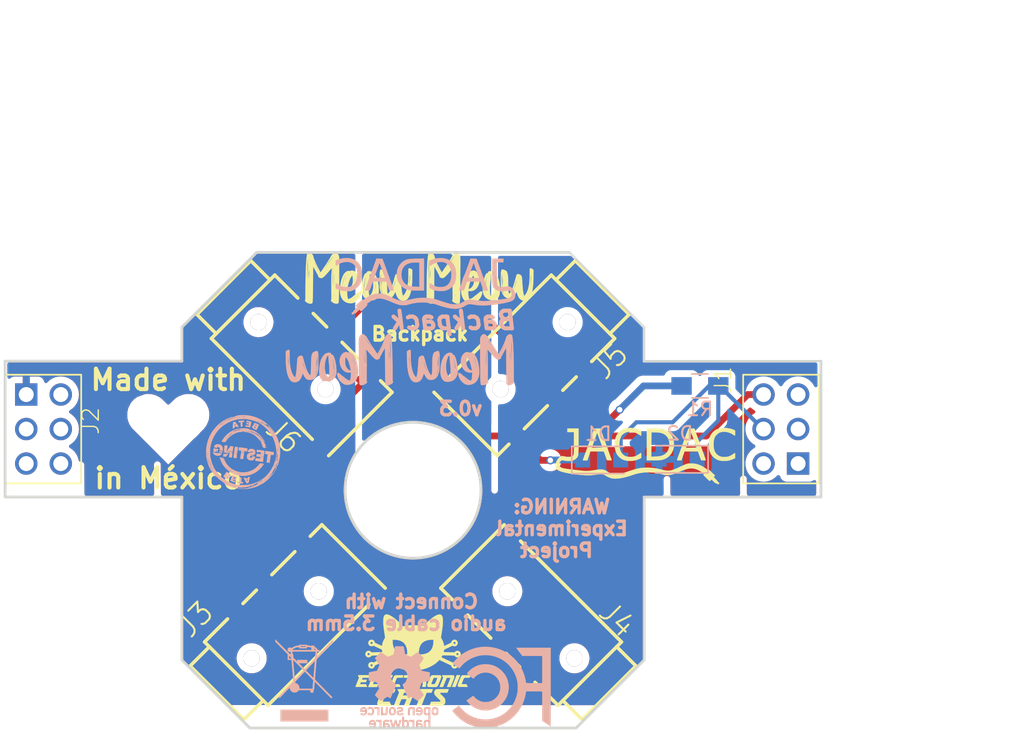
<source format=kicad_pcb>
(kicad_pcb (version 20221018) (generator pcbnew)
  (title_block (title "JacDac_Cat") (date "2019-03-05") (rev "0.3") (company "Electronic Cats") (comment 1 "Andres Sabas") (comment 2 "WARNING: Experimental Project"))
  (layers (0 "F.Cu" signal) (31 "B.Cu" signal) (34 "B.Paste" user) (35 "F.Paste" user) (36 "B.SilkS" user "B.Silkscreen") (37 "F.SilkS" user "F.Silkscreen") (38 "B.Mask" user) (39 "F.Mask" user) (44 "Edge.Cuts" user))
  (net 0 "")
  (net 1 "GND")
  (net 2 "/MOSI")
  (net 3 "/MISO")
  (net 4 "/SCK")
  (net 5 "/JACDAC_TX")
  (net 6 "/SCL")
  (net 7 "VCC")
  (net 8 "/I2S_SCK")
  (net 9 "/I2S_D1")
  (net 10 "/X2")
  (net 11 "/X3")
  (net 12 "/CS")
  (net 13 "Net-(J5-PadRING2)")
  (net 14 "Net-(J3-PadRING2)")
  (net 15 "Net-(J4-PadRING2)")
  (net 16 "Net-(J6-PadRING2)")
  (net 17 "Net-(D1-Pad2)")
  (footprint "Connectors:AUDIO-JACK-TRRS-SMD" (layer "F.Cu") (at 96 71 45)
    (fp_text reference "J3" (at 0.707107 -4.949747 45) (layer "F.SilkS") (effects (font (size 1.524 1.524))))
    (fp_text value "Audio_Jack_TRRS")
    (pad "1" thru_hole circle (at 8.575 0 45) (size 1.2 1.2) (drill 1.2) (layers "*.Cu" "*.Mask"))
    (pad "3" thru_hole circle (at 1.6 0 45) (size 1.2 1.2) (drill 1.2) (layers "*.Cu" "*.Mask"))
    (pad "EART" smd rect (at 11.29792 3.24866 45) (size 1.19888 2.49936) (layers "F.Cu" "F.Paste" "F.Mask") (net 1 "GND"))
    (pad "RING" smd rect (at 6.1976 -3.248661 45) (size 1.19888 2.49936) (layers "F.Cu" "F.Paste" "F.Mask") (net 5 "/JACDAC_TX"))
    (pad "RING2" smd rect (at 3.19786 -3.24866 225) (size 1.19888 2.49936) (layers "F.Cu" "F.Paste" "F.Mask") (net 14 "Net-(J3-PadRING2)"))
    (pad "TIP" smd rect (at 10.1981 -3.24866 45) (size 1.19888 2.49936) (layers "F.Cu" "F.Paste" "F.Mask") (net 7 "VCC"))
  )
  (footprint "Connectors:AUDIO-JACK-TRRS-SMD" (layer "F.Cu") (at 122 71 135)
    (fp_text reference "J4" (at 1.414214 4.242641 135) (layer "F.SilkS") (effects (font (size 1.524 1.524))))
    (fp_text value "Audio_Jack_TRRS")
    (pad "1" thru_hole circle (at 8.575 0 135) (size 1.2 1.2) (drill 1.2) (layers "*.Cu" "*.Mask"))
    (pad "3" thru_hole circle (at 1.6 0 135) (size 1.2 1.2) (drill 1.2) (layers "*.Cu" "*.Mask"))
    (pad "EART" smd rect (at 11.29792 3.24866 135) (size 1.19888 2.49936) (layers "F.Cu" "F.Paste" "F.Mask") (net 1 "GND"))
    (pad "RING" smd rect (at 6.1976 -3.248661 135) (size 1.19888 2.49936) (layers "F.Cu" "F.Paste" "F.Mask") (net 5 "/JACDAC_TX"))
    (pad "RING2" smd rect (at 3.19786 -3.24866 315) (size 1.19888 2.49936) (layers "F.Cu" "F.Paste" "F.Mask") (net 15 "Net-(J4-PadRING2)"))
    (pad "TIP" smd rect (at 10.1981 -3.24866 135) (size 1.19888 2.49936) (layers "F.Cu" "F.Paste" "F.Mask") (net 7 "VCC"))
  )
  (footprint "LOGO" (layer "F.Cu") (at 126 54.5)
    (fp_text reference "G***" hide)
    (fp_text value "LOGO" hide)
  )
  (footprint "Pines:61300621121" (layer "F.Cu") (at 136.05 53 90)
    (fp_text reference "J1" (at 2.5 -3.55 90) (layer "F.SilkS") (effects (font (size 1.2065 1.2065) (thickness 0.1016)) (justify left bottom)))
    (fp_text value "Conn1")
    (pad "1" thru_hole rect (at -2.54 1.27 180) (size 1.65 1.65) (drill 1.1) (layers "*.Cu" "*.Mask") (net 2 "/MOSI"))
    (pad "2" thru_hole circle (at -2.54 -1.27) (size 1.65 1.65) (drill 1.1) (layers "*.Cu" "*.Mask") (net 3 "/MISO"))
    (pad "3" thru_hole circle (at 0 1.27 180) (size 1.65 1.65) (drill 1.1) (layers "*.Cu" "*.Mask") (net 4 "/SCK"))
    (pad "4" thru_hole circle (at 0 -1.27) (size 1.65 1.65) (drill 1.1) (layers "*.Cu" "*.Mask") (net 17 "Net-(D1-Pad2)"))
    (pad "5" thru_hole circle (at 2.54 1.27 180) (size 1.65 1.65) (drill 1.1) (layers "*.Cu" "*.Mask") (net 6 "/SCL"))
    (pad "6" thru_hole circle (at 2.54 -1.27) (size 1.65 1.65) (drill 1.1) (layers "*.Cu" "*.Mask") (net 7 "VCC"))
  )
  (footprint "Pines:61300621121" (layer "F.Cu") (at 81.825 53 -90)
    (fp_text reference "J2" (at 0.5 -4.175 270) (layer "F.SilkS") (effects (font (size 1.2065 1.2065) (thickness 0.1016)) (justify left bottom)))
    (fp_text value "Conn2")
    (pad "1" thru_hole rect (at -2.54 1.27) (size 1.65 1.65) (drill 1.1) (layers "*.Cu" "*.Mask") (net 1 "GND"))
    (pad "2" thru_hole circle (at -2.54 -1.27 180) (size 1.65 1.65) (drill 1.1) (layers "*.Cu" "*.Mask") (net 12 "/CS"))
    (pad "3" thru_hole circle (at 0 1.27) (size 1.65 1.65) (drill 1.1) (layers "*.Cu" "*.Mask") (net 11 "/X3"))
    (pad "4" thru_hole circle (at 0 -1.27 180) (size 1.65 1.65) (drill 1.1) (layers "*.Cu" "*.Mask") (net 10 "/X2"))
    (pad "5" thru_hole circle (at 2.54 1.27) (size 1.65 1.65) (drill 1.1) (layers "*.Cu" "*.Mask") (net 9 "/I2S_D1"))
    (pad "6" thru_hole circle (at 2.54 -1.27 180) (size 1.65 1.65) (drill 1.1) (layers "*.Cu" "*.Mask") (net 8 "/I2S_SCK"))
  )
  (footprint "Connectors:AUDIO-JACK-TRRS-SMD" (layer "F.Cu") (at 96.5 44 -45)
    (fp_text reference "J6" (at 8.838835 4.596194 315) (layer "F.SilkS") (effects (font (size 1.524 1.524))))
    (fp_text value "Audio_Jack_TRRS")
    (pad "1" thru_hole circle (at 8.575 0 315) (size 1.2 1.2) (drill 1.2) (layers "*.Cu" "*.Mask"))
    (pad "3" thru_hole circle (at 1.6 0 315) (size 1.2 1.2) (drill 1.2) (layers "*.Cu" "*.Mask"))
    (pad "EART" smd rect (at 11.29792 3.24866 315) (size 1.19888 2.49936) (layers "F.Cu" "F.Paste" "F.Mask") (net 1 "GND"))
    (pad "RING" smd rect (at 6.1976 -3.248661 315) (size 1.19888 2.49936) (layers "F.Cu" "F.Paste" "F.Mask") (net 5 "/JACDAC_TX"))
    (pad "RING2" smd rect (at 3.19786 -3.24866 135) (size 1.19888 2.49936) (layers "F.Cu" "F.Paste" "F.Mask") (net 16 "Net-(J6-PadRING2)"))
    (pad "TIP" smd rect (at 10.1981 -3.24866 315) (size 1.19888 2.49936) (layers "F.Cu" "F.Paste" "F.Mask") (net 7 "VCC"))
  )
  (footprint "LOGO" (layer "F.Cu") (at 109.5 42)
    (fp_text reference "G***" hide)
    (fp_text value "LOGO" hide)
  )
  (footprint "Aesthetics:electronic_cats_logo_8x6" (layer "F.Cu") (at 109 70)
    (fp_text reference "G***" hide)
    (fp_text value "LOGO" hide)
  )
  (footprint "Connectors:AUDIO-JACK-TRRS-SMD" (layer "F.Cu") (at 121.5 44 -135)
    (fp_text reference "J5" (at 1.414214 -4.242641 225) (layer "F.SilkS") (effects (font (size 1.524 1.524))))
    (fp_text value "Audio_Jack_TRRS")
    (pad "1" thru_hole circle (at 8.575 0 225) (size 1.2 1.2) (drill 1.2) (layers "*.Cu" "*.Mask"))
    (pad "3" thru_hole circle (at 1.6 0 225) (size 1.2 1.2) (drill 1.2) (layers "*.Cu" "*.Mask"))
    (pad "EART" smd rect (at 11.29792 3.24866 225) (size 1.19888 2.49936) (layers "F.Cu" "F.Paste" "F.Mask") (net 1 "GND"))
    (pad "RING" smd rect (at 6.1976 -3.248661 225) (size 1.19888 2.49936) (layers "F.Cu" "F.Paste" "F.Mask") (net 5 "/JACDAC_TX"))
    (pad "RING2" smd rect (at 3.19786 -3.24866 45) (size 1.19888 2.49936) (layers "F.Cu" "F.Paste" "F.Mask") (net 13 "Net-(J5-PadRING2)"))
    (pad "TIP" smd rect (at 10.1981 -3.24866 225) (size 1.19888 2.49936) (layers "F.Cu" "F.Paste" "F.Mask") (net 7 "VCC"))
  )
  (footprint "Aesthetics:heart_trans" (layer "F.Cu") (at 91 53)
    (fp_text reference "svg2mod" hide)
    (fp_text value "G***" hide)
  )
  (footprint "Aesthetics:jacdac_logo_14x6" (layer "B.Cu") (at 110 42 180)
    (fp_text reference "G***" hide)
    (fp_text value "LOGO" hide)
  )
  (footprint "Symbols:OSHW-Logo_5.7x6mm_SilkScreen" (layer "B.Cu") (at 108 72 180)
    (fp_text reference "REF***" hide)
    (fp_text value "OSHW-Logo_5.7x6mm_SilkScreen" hide)
  )
  (footprint "Symbols:WEEE-Logo_4.2x6mm_SilkScreen" (layer "B.Cu") (at 101 71.5 180)
    (fp_text reference "REF***" hide)
    (fp_text value "WEEE-Logo_4.2x6mm_SilkScreen" hide)
  )
  (footprint "Symbols:FCC-Logo_7.3x6mm_SilkScreen" (layer "B.Cu") (at 115.5 72 180)
    (fp_text reference "REF***" hide)
    (fp_text value "FCC-Logo_7.3x6mm_SilkScreen" hide)
  )
  (footprint "Aesthetics:meowmeow_logo_21x8" (layer "B.Cu") (at 108 48 180)
    (fp_text reference "G***" hide)
    (fp_text value "LOGO" hide)
  )
  (footprint "Aesthetics:beta_testing" (layer "B.Cu") (at 96.525 54.8 180)
    (fp_text reference "G***" hide)
    (fp_text value "LOGO" hide)
  )
  (footprint "Diodes_SMD:D_SOD-123F" (layer "B.Cu") (at 122.875 55.275)
    (fp_text reference "D1" (at -0.25 -1.925) (layer "B.SilkS") (effects (justify mirror)))
    (fp_text value "MBR120")
    (pad "1" smd rect (at -1.4 0) (size 1.1 1.1) (layers "B.Cu" "B.Paste" "B.Mask") (net 7 "VCC"))
    (pad "2" smd rect (at 1.4 0) (size 1.1 1.1) (layers "B.Cu" "B.Paste" "B.Mask") (net 17 "Net-(D1-Pad2)"))
  )
  (footprint "Diodes_SMD:D_SOD-123F" (layer "B.Cu") (at 128.5 55.225 180)
    (fp_text reference "D2" (at -0.127 1.905 180) (layer "B.SilkS") (effects (justify mirror)))
    (fp_text value "MBR120")
    (pad "1" smd rect (at -1.4 0 180) (size 1.1 1.1) (layers "B.Cu" "B.Paste" "B.Mask") (net 17 "Net-(D1-Pad2)"))
    (pad "2" smd rect (at 1.4 0 180) (size 1.1 1.1) (layers "B.Cu" "B.Paste" "B.Mask") (net 1 "GND"))
  )
  (footprint "Resistors_SMD:R_0805_HandSoldering" (layer "B.Cu") (at 130.1 49.825)
    (fp_text reference "R1" (at 0 1.7) (layer "B.SilkS") (effects (justify mirror)))
    (fp_text value "100")
    (pad "1" smd rect (at -1.35 0) (size 1.5 1.3) (layers "B.Cu" "B.Paste" "B.Mask") (net 5 "/JACDAC_TX"))
    (pad "2" smd rect (at 1.35 0) (size 1.5 1.3) (layers "B.Cu" "B.Paste" "B.Mask") (net 17 "Net-(D1-Pad2)"))
  )
  (footprint "Aesthetics:heart_trans" (layer "B.Cu") (at 91.059 52.959 180)
    (fp_text reference "svg2mod" hide)
    (fp_text value "G***" hide)
  )
  (gr_line (start 79 58) (end 79 48) (stroke (width 0.2)) (layer "Edge.Cuts"))
  (gr_line (start 121 75) (end 97 75) (stroke (width 0.2)) (layer "Edge.Cuts"))
  (gr_line (start 139 48) (end 139 58) (stroke (width 0.2)) (layer "Edge.Cuts"))
  (gr_line (start 92 70) (end 92 58) (stroke (width 0.2)) (layer "Edge.Cuts"))
  (gr_circle (center 109 57.5) (end 114 57.5) (stroke (width 0.2)) (fill none) (layer "Edge.Cuts"))
  (gr_line (start 120.5 40) (end 126 45.5) (stroke (width 0.15)) (layer "Edge.Cuts"))
  (gr_line (start 97.5 40) (end 120.5 40) (stroke (width 0.2)) (layer "Edge.Cuts"))
  (gr_line (start 92 58) (end 79 58) (stroke (width 0.2)) (layer "Edge.Cuts"))
  (gr_line (start 126 48) (end 139 48) (stroke (width 0.15)) (layer "Edge.Cuts"))
  (gr_line (start 139 58) (end 126 58) (stroke (width 0.2)) (layer "Edge.Cuts"))
  (gr_line (start 79 48) (end 92 48) (stroke (width 0.2)) (layer "Edge.Cuts"))
  (gr_line (start 126 45.5) (end 126 48) (stroke (width 0.15)) (layer "Edge.Cuts"))
  (gr_line (start 126 58) (end 126 70) (stroke (width 0.2)) (layer "Edge.Cuts"))
  (gr_line (start 92 45.5) (end 97.5 40) (stroke (width 0.2)) (layer "Edge.Cuts"))
  (gr_line (start 92 48) (end 92 45.5) (stroke (width 0.2)) (layer "Edge.Cuts"))
  (gr_line (start 126 70) (end 121 75) (stroke (width 0.2)) (layer "Edge.Cuts"))
  (gr_line (start 97 75) (end 92 70) (stroke (width 0.2)) (layer "Edge.Cuts"))
  (gr_text "Connect with \naudio cable 3.5mm" (at 108.5 66.5) (layer "B.SilkS") (effects (font (size 1 1) (thickness 0.25)) (justify mirror)))
  (gr_text "Backpack " (at 111.5 45) (layer "B.SilkS") (effects (font (size 1.3 1.3) (thickness 0.3) italic) (justify mirror)))
  (gr_text "v0.3" (at 112.5 51.5) (layer "B.SilkS") (effects (font (size 1 1) (thickness 0.25)) (justify mirror)))
  (gr_text "WARNING: \nExperimental \nProject" (at 119.55 60.325) (layer "B.SilkS") (effects (font (size 1 1) (thickness 0.25)) (justify mirror)))
  (gr_text "Backpack" (at 109.5 46) (layer "F.SilkS") (effects (font (size 1 1) (thickness 0.25))))
  (gr_text "Made with\n\n\nin México" (at 91 53) (layer "F.SilkS") (effects (font (size 1.5 1.5) (thickness 0.3))))
  (segment (start 105.76473 43.5) (end 103.179515 46.085215) (width 0.5) (layer "F.Cu") (net 5))
  (segment (start 102.231779 46.085215) (end 95.5 52.816994) (width 0.5) (layer "F.Cu") (net 5))
  (segment (start 119.414785 50.679515) (end 118.460418 49.725148) (width 0.5) (layer "F.Cu") (net 5))
  (segment (start 118.460418 48.960418) (end 113 43.5) (width 0.5) (layer "F.Cu") (net 5))
  (segment (start 95.5 61.73527) (end 98.085215 64.320485) (width 0.5) (layer "F.Cu") (net 5))
  (segment (start 123.4 52.375) (end 121.11027 52.375) (width 0.5) (layer "F.Cu") (net 5))
  (segment (start 103.179515 46.085215) (end 102.231779 46.085215) (width 0.5) (layer "F.Cu") (net 5))
  (segment (start 113.73527 70.5) (end 115.320485 68.914785) (width 0.5) (layer "F.Cu") (net 5))
  (segment (start 121.11027 52.375) (end 119.414785 50.679515) (width 0.5) (layer "F.Cu") (net 5))
  (segment (start 95.5 52.816994) (end 95.5 61.73527) (width 0.5) (layer "F.Cu") (net 5))
  (segment (start 104.26473 70.5) (end 113.73527 70.5) (width 0.5) (layer "F.Cu") (net 5))
  (segment (start 124.2 51.575) (end 123.4 52.375) (width 0.5) (layer "F.Cu") (net 5))
  (segment (start 98.085215 64.320485) (end 104.26473 70.5) (width 0.5) (layer "F.Cu") (net 5))
  (segment (start 113 43.5) (end 105.76473 43.5) (width 0.5) (layer "F.Cu") (net 5))
  (segment (start 118.460418 49.725148) (end 118.460418 48.960418) (width 0.5) (layer "F.Cu") (net 5))
  (via (at 124.2 51.575) (size 0.6) (drill 0.4) (layers "F.Cu" "B.Cu") (net 5))
  (segment (start 125.95 49.825) (end 124.2 51.575) (width 0.5) (layer "B.Cu") (net 5))
  (segment (start 128.75 49.825) (end 125.95 49.825) (width 0.5) (layer "B.Cu") (net 5))
  (segment (start 113.546476 53.508295) (end 112.038181 52) (width 0.5) (layer "F.Cu") (net 7))
  (segment (start 99 56) (end 99 55) (width 0.5) (layer "F.Cu") (net 7))
  (segment (start 99 55) (end 102.5 51.5) (width 0.5) (layer "F.Cu") (net 7))
  (segment (start 102.5 51.5) (end 103.422291 51.5) (width 0.5) (layer "F.Cu") (net 7))
  (segment (start 119.1 55.3) (end 118.377709 55.3) (width 0.5) (layer "F.Cu") (net 7))
  (segment (start 103.422291 51.5) (end 106.008295 48.913996) (width 0.5) (layer "F.Cu") (net 7))
  (segment (start 103.5 64.077709) (end 100.913996 61.491705) (width 0.5) (layer "F.Cu") (net 7))
  (segment (start 103.5 66) (end 103.5 64.077709) (width 0.5) (layer "F.Cu") (net 7))
  (segment (start 117.53374 53.508295) (end 116.586004 53.508295) (width 0.5) (layer "F.Cu") (net 7))
  (segment (start 111.543969 66.086004) (end 109.129973 68.5) (width 0.5) (layer "F.Cu") (net 7))
  (segment (start 112.038181 52) (end 109.789476 52) (width 0.5) (layer "F.Cu") (net 7))
  (segment (start 133.613274 50.46) (end 130.564979 53.508295) (width 0.5) (layer "F.Cu") (net 7))
  (segment (start 107.19805 49.408574) (end 109.789476 52) (width 0.5) (layer "F.Cu") (net 7))
  (segment (start 130.564979 53.508295) (end 117.53374 53.508295) (width 0.5) (layer "F.Cu") (net 7))
  (segment (start 100.913996 57.913996) (end 99 56) (width 0.5) (layer "F.Cu") (net 7))
  (segment (start 100.913996 61.491705) (end 100.913996 57.913996) (width 0.5) (layer "F.Cu") (net 7))
  (segment (start 106 68.5) (end 103.5 66) (width 0.5) (layer "F.Cu") (net 7))
  (segment (start 134.78 50.46) (end 133.613274 50.46) (width 0.5) (layer "F.Cu") (net 7))
  (segment (start 109.129973 68.5) (end 106 68.5) (width 0.5) (layer "F.Cu") (net 7))
  (segment (start 106.502873 49.408574) (end 107.19805 49.408574) (width 0.5) (layer "F.Cu") (net 7))
  (segment (start 106.008295 48.913996) (end 106.502873 49.408574) (width 0.5) (layer "F.Cu") (net 7))
  (segment (start 116.586004 53.508295) (end 113.546476 53.508295) (width 0.5) (layer "F.Cu") (net 7))
  (segment (start 112.491705 66.086004) (end 111.543969 66.086004) (width 0.5) (layer "F.Cu") (net 7))
  (segment (start 118.377709 55.3) (end 116.586004 53.508295) (width 0.5) (layer "F.Cu") (net 7))
  (via (at 119.1 55.3) (size 0.6) (drill 0.4) (layers "F.Cu" "B.Cu") (net 7))
  (segment (start 119.125 55.275) (end 119.1 55.3) (width 0.5) (layer "B.Cu") (net 7))
  (segment (start 121.475 55.275) (end 119.125 55.275) (width 0.5) (layer "B.Cu") (net 7))
  (segment (start 129.9 53.925) (end 131.45 52.375) (width 0.3) (layer "B.Cu") (net 17))
  (segment (start 129.9 55.225) (end 129.9 53.925) (width 0.3) (layer "B.Cu") (net 17))
  (segment (start 124.275 53.65) (end 124.275 55.275) (width 0.3) (layer "B.Cu") (net 17))
  (segment (start 131.45 49.825) (end 130.769998 49.825) (width 0.3) (layer "B.Cu") (net 17))
  (segment (start 125.425 52.5) (end 124.275 53.65) (width 0.3) (layer "B.Cu") (net 17))
  (segment (start 128.094998 52.5) (end 125.425 52.5) (width 0.3) (layer "B.Cu") (net 17))
  (segment (start 131.55 49.825) (end 134.725 53) (width 0.3) (layer "B.Cu") (net 17))
  (segment (start 131.45 52.375) (end 131.45 49.825) (width 0.3) (layer "B.Cu") (net 17))
  (segment (start 130.769998 49.825) (end 128.094998 52.5) (width 0.3) (layer "B.Cu") (net 17))
  (segment (start 131.45 49.825) (end 131.55 49.825) (width 0.3) (layer "B.Cu") (net 17))
  (segment (start 134.725 53) (end 134.78 53) (width 0.3) (layer "B.Cu") (net 17))
  (zone (net 1) (net_name "GND") (layer "F.Cu") (connect_pads (clearance 0.508)) (min_thickness 0.254) (fill yes (thermal_gap 0.508) (thermal_bridge_width 0.508))
    (polygon (pts (xy 139 48) (xy 126 48) (xy 126 45.5) (xy 120.5 40) (xy 97.5 40) (xy 92 45.5) (xy 92 48) (xy 79 48) (xy 79 58) (xy 92 58) (xy 92 70) (xy 97 75) (xy 121 75) (xy 126 70) (xy 126 58) (xy 139 58)))
  )
  (zone (net 0) (net_name "") (layers "F&B.Cu") (connect_pads (clearance 0)) (min_thickness 0.254)
    (keepout (tracks not_allowed) (vias not_allowed) (pads allowed) (copperpour not_allowed) (footprints allowed))
    (fill (thermal_gap 0.508) (thermal_bridge_width 0.508))
    (polygon (pts (xy 89.29 50.43) (xy 89.35 50.42) (xy 89.36 50.42) (xy 89.37 50.42) (xy 89.45 50.41) (xy 89.53 50.41) (xy 89.57 50.41) (xy 89.61 50.42) (xy 89.64 50.42) (xy 89.68 50.42) (xy 89.71 50.42) (xy 89.85 50.45) (xy 89.88 50.46) (xy 89.98 50.48) (xy 90.14 50.54) (xy 90.35 50.65) (xy 90.5 50.76) (xy 90.7 50.95) (xy 90.84 51.09) (xy 91 51.25) (xy 91.19 51.06) (xy 91.53 50.74) (xy 91.68 50.64) (xy 91.79 50.58) (xy 91.86 50.55) (xy 91.95 50.52) (xy 92.11 50.46) (xy 92.33 50.42) (xy 92.46 50.41) (xy 92.55 50.42) (xy 92.65 50.42) (xy 92.79 50.44) (xy 92.89 50.47) (xy 92.99 50.5) (xy 93.12 50.55) (xy 93.3 50.65) (xy 93.49 50.79) (xy 93.7 51) (xy 93.81 51.17) (xy 93.87 51.29) (xy 93.96 51.5) (xy 93.99 51.63) (xy 94.02 51.78) (xy 94.02 51.92) (xy 94.02 52.03) (xy 94 52.23) (xy 93.97 52.36) (xy 93.93 52.47) (xy 93.81 52.73) (xy 93.62 52.99) (xy 93.41 53.19) (xy 93.16 53.47) (xy 92.84 53.76) (xy 91 55.61) (xy 90.97 55.58) (xy 90.87 55.48) (xy 88.35 52.96) (xy 88.33 52.93) (xy 88.31 52.9) (xy 88.26 52.84) (xy 88.19 52.73) (xy 88.17 52.7) (xy 88.15 52.66) (xy 88.14 52.65) (xy 88.13 52.63) (xy 88.11 52.58) (xy 88.1 52.56) (xy 88.09 52.54) (xy 88.08 52.51) (xy 88.07 52.49) (xy 88.07 52.47) (xy 88.06 52.44) (xy 88.05 52.42) (xy 88.04 52.39) (xy 88.03 52.36) (xy 88.03 52.34) (xy 88.02 52.32) (xy 88.02 52.3) (xy 88.02 52.29) (xy 88.01 52.28) (xy 88.01 52.27) (xy 88 52.25) (xy 88 52.23) (xy 88 52.21) (xy 87.99 52.16) (xy 87.99 52.12) (xy 87.98 52.07) (xy 87.98 52.03) (xy 87.98 51.97) (xy 87.98 51.92) (xy 87.98 51.88) (xy 87.98 51.83) (xy 87.98 51.8) (xy 88 51.71) (xy 88.04 51.51) (xy 88.06 51.44) (xy 88.09 51.38) (xy 88.21 51.14) (xy 88.27 51.05) (xy 88.32 50.97) (xy 88.4 50.91) (xy 88.47 50.82) (xy 88.56 50.75) (xy 88.66 50.68) (xy 88.71 50.64)))
  )
  (zone (net 1) (net_name "GND") (layer "B.Cu") (connect_pads (clearance 0.508)) (min_thickness 0.254) (fill yes (thermal_gap 0.508) (thermal_bridge_width 0.508))
    (polygon (pts (xy 139 48) (xy 126 48) (xy 126 45.5) (xy 120.5 40) (xy 97.5 40) (xy 92 45.5) (xy 92 48) (xy 79 48) (xy 79 58) (xy 92 58) (xy 92 70) (xy 97 75) (xy 121 75) (xy 126 70) (xy 126 58) (xy 139 58)))
  )
)
</source>
